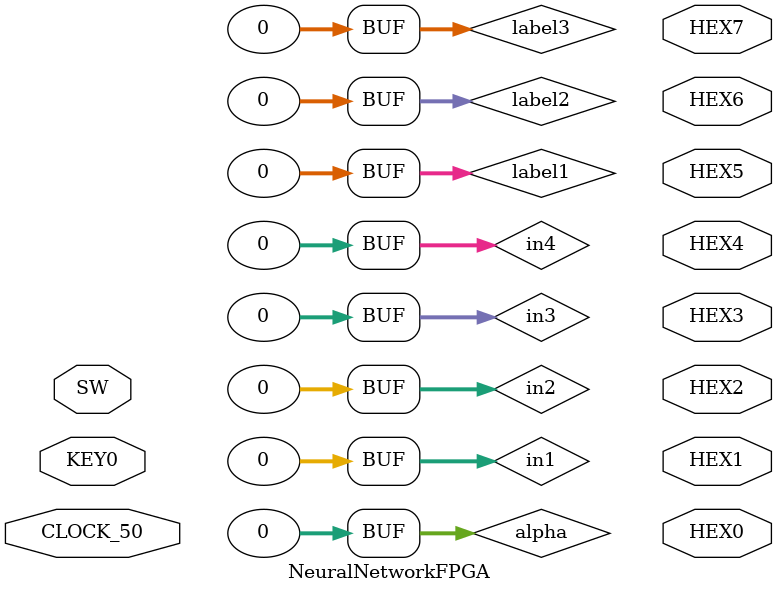
<source format=v>


// endmodule


// module clock_counter (
//     input wire clk,                   
//     input wire ffbp,                    
//     output reg [15:0] out              
// );

// initial begin
// 	out <= 16'b0000000000000001;
// end

// always @(posedge clk) begin
//     if (ffbp) begin
//         // Deslocamento para a direita
//         out <= {1'b0, out[15:1]};
//     end else begin
// 		  // Deslocamento para a esquerda
//         out <= {out[14:0], 1'b0};
//     end
// end

// endmodule


// module NeuralNetworkFPGA (
//     input CLOCK_50,          
//     input [17:0] SW,
// 	input KEY0,
//     output [6:0] HEX0,
// 	output [6:0] HEX1,
// 	output [6:0] HEX2,
// 	output [6:0] HEX3,
//     output [6:0] HEX4,
// 	output [6:0] HEX5,
// 	output [6:0] HEX6,
// 	output [6:0] HEX7
// );


	 
// reg [31:0] ieee745numbertest;
	 
  
// initial begin
// 	ieee745numbertest = 32'b01000000111100000000000000000000;
// end


// wire [31:0] integer_part;
// wire [31:0] fractional_part;
// wire signal;

// ieee754_to_parts  ieeenumber_fragmented (    .ieee754(ieee745numbertest)  ,
//     .integer_part(integer_part),    
//     .fractional_part(fractional_part),  
//     .sign(signal)   );

// bin_to_7seg bt7s(    .binary(integer_part[3:0]),
// 							.seg(HEX0) );



// endmodule


module NeuralNetworkFPGA (
    input CLOCK_50,          
    input [17:0] SW,
	input KEY0,
    output [6:0] HEX0,
	output [6:0] HEX1,
	output [6:0] HEX2,
	output [6:0] HEX3,
    output [6:0] HEX4,
	output [6:0] HEX5,
	output [6:0] HEX6,
	output [6:0] HEX7
);

	reg [31:0] in1,in2,in3,in4;
    reg [31:0] label1,label2,label3;
    reg [31:0] alpha;

    wire [1:0] weight_memory_address;
    wire [1:0] layer_state;
    wire [3:0] enable_layers;
    wire [127:0] input_layer_out, deltafunction_value,neurons_weight1,neurons_weight2,neurons_weight3;
    wire [95:0] hidden_layer1_hidden_layer2, hidden_layer2_softmax_layer, softmax_layer_layer_control;

    initial begin
        in1 = 0;
        in2 = 0;
        in3 = 0;
        in4 = 0;
        label1 = 0;
        label2 = 0;
        label3 = 0;
        alpha = 0;
    end
	 

	  layer_control #( 
    .MAX_NUM_NEURONS (4),
    .NUM_LAYERS (4)
) lc (
    .clock(clock),
    //.neurons_weight(),
    .output_sofmax_layer(softmax_layer_layer_control),
    .weight_memory_address(weight_memory_address),
    .layer_state(layer_state),
    .enable_layers(enable_layers),
    .deltafunction(deltafunction_value)
);

    input_layer #(
        .NUM_NEURONS(4)
    ) il (
        .clock(clock),
        .input_layer({in4,in3,in2,in1}),
        .layer_enable(enable_layers[0]),
        .output_layer(input_layer_out)
    );

    hidden_layer #(
        .NUM_NEURONS(3)
    ) hl1 (
        .clock(clock),
        .layer_enable(enable_layers[1]),
        .alpha(alpha),
        .input_layer(input_layer_out[95:0]),
        .weight_memory_address(weight_memory_address),
        .layer_state(layer_state),
        .deltafunctions_value(deltafunction_value), 
        .neurons_weight(neurons_weight1),
        .output_layer(hidden_layer1_hidden_layer2)
    );
    
    hidden_layer #(
        .NUM_NEURONS(3)
    ) hl2 (
        .clock(clock),
        .layer_enable(enable_layers[2]),
        .alpha(alpha),
        .input_layer(hidden_layer1_hidden_layer2),
        .weight_memory_address(weight_memory_address),
        .layer_state(layer_state),
        .deltafunctions_value(deltafunction_value), 
        .neurons_weight(neurons_weight2),
        .output_layer(hidden_layer2_softmax_layer)
    );

    output_softmax_layer #(
        .NUM_NEURONS(3)
    ) sl (
        .clock(clock),
        .layer_enable(enable_layers[3]),
        .alpha(alpha),
        .input_layer(hidden_layer2_softmax_layer),
        
        .weight_memory_address(weight_memory_address),
        .deltafunctions_value(deltafunction_value), 
        .layer_state(layer_state),
        .neurons_weight(neurons_weight3),
        .output_layer(softmax_layer_layer_control)
    );

	 
	 


endmodule
</source>
